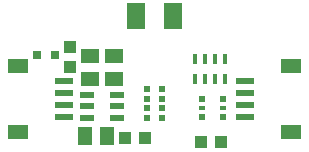
<source format=gbr>
G04 EAGLE Gerber RS-274X export*
G75*
%MOMM*%
%FSLAX34Y34*%
%LPD*%
%INSolderpaste Top*%
%IPPOS*%
%AMOC8*
5,1,8,0,0,1.08239X$1,22.5*%
G01*
%ADD10R,1.240000X1.500000*%
%ADD11R,1.500000X1.240000*%
%ADD12R,1.075000X1.000000*%
%ADD13R,0.450000X0.900000*%
%ADD14R,0.500000X0.500000*%
%ADD15R,0.500000X0.400000*%
%ADD16R,1.550000X0.600000*%
%ADD17R,1.800000X1.200000*%
%ADD18R,0.800000X0.800000*%
%ADD19R,1.000000X1.075000*%
%ADD20R,0.575000X0.488000*%
%ADD21R,1.500000X2.200000*%
%ADD22R,1.200000X0.550000*%


D10*
X67970Y57150D03*
X86970Y57150D03*
D11*
X92710Y106070D03*
X92710Y125070D03*
D12*
X118990Y55880D03*
X101990Y55880D03*
D13*
X186990Y105800D03*
X186990Y122800D03*
X177990Y105800D03*
X169990Y105800D03*
X160990Y105800D03*
X160990Y122800D03*
X177990Y122800D03*
X169990Y122800D03*
D14*
X185530Y73780D03*
D15*
X185530Y81280D03*
D14*
X185530Y88780D03*
X167530Y88780D03*
D15*
X167530Y81280D03*
D14*
X167530Y73780D03*
D16*
X203460Y83900D03*
X203460Y93900D03*
X203460Y73900D03*
X203460Y103900D03*
D17*
X242460Y60900D03*
X242460Y116900D03*
D16*
X50540Y93900D03*
X50540Y83900D03*
X50540Y103900D03*
X50540Y73900D03*
D17*
X11540Y116900D03*
X11540Y60900D03*
D18*
X28060Y125730D03*
X43060Y125730D03*
D19*
X55880Y115960D03*
X55880Y132960D03*
D12*
X166760Y52070D03*
X183760Y52070D03*
D20*
X133350Y97090D03*
X133350Y89090D03*
X133350Y81090D03*
X133350Y73090D03*
X120650Y73090D03*
X120650Y81090D03*
X120650Y89090D03*
X120650Y97090D03*
D21*
X142500Y158750D03*
X111500Y158750D03*
D22*
X69550Y92050D03*
X69550Y82550D03*
X69550Y73050D03*
X95550Y73050D03*
X95550Y82550D03*
X95550Y92050D03*
D11*
X72390Y106070D03*
X72390Y125070D03*
M02*

</source>
